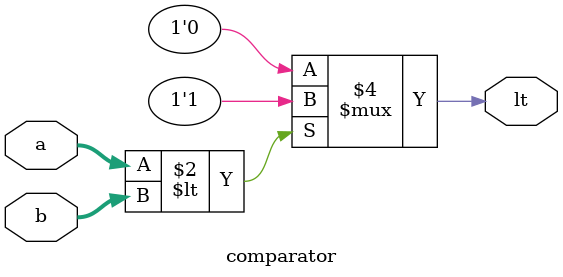
<source format=v>
`timescale 1ns / 1ps


module comparator(
input [3:0] a, b,
output reg lt
    );
    
always @ (a or b) begin
        if (a < b)  lt = 1;
        else        lt = 0;
    end
    
endmodule

</source>
